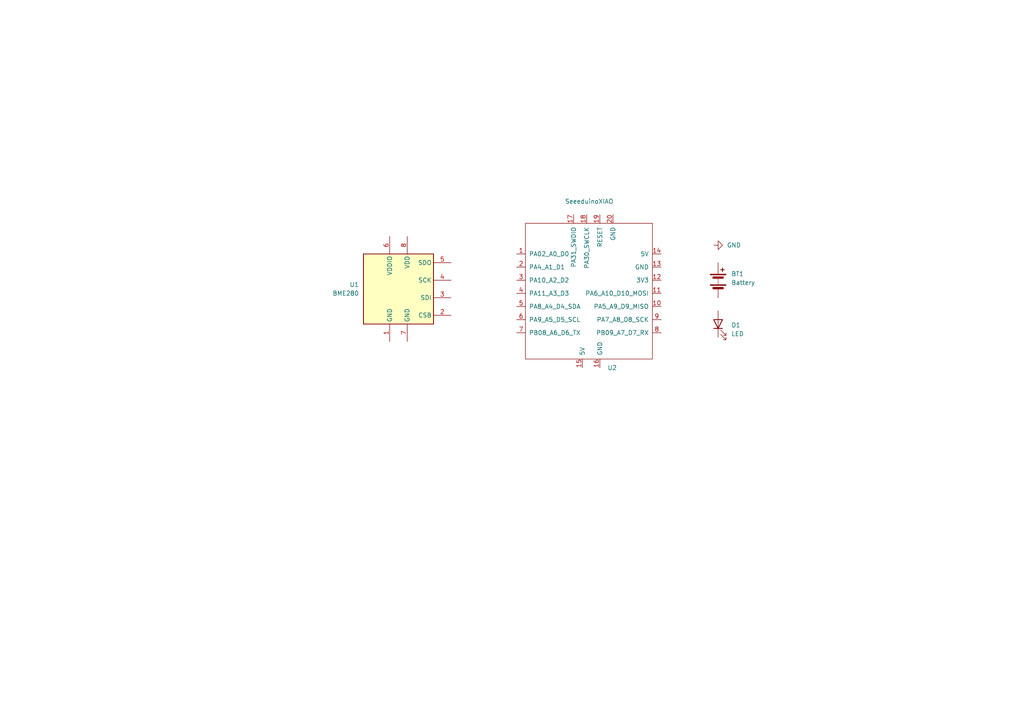
<source format=kicad_sch>
(kicad_sch (version 20230121) (generator eeschema)
  (paper "A4")
  (lib_symbols
    (symbol "Device:Battery" (pin_numbers hide) (pin_names (offset 0) hide)
      (property "Reference" "BT" (at 2.54 2.54 0))
      (property "Value" "Battery" (at 2.54 0 0))
      (symbol "Battery_0_1"
        (rectangle (start -2.286 -1.27) (end 2.286 -1.524) (fill (type outline)))
        (rectangle (start -2.286 1.778) (end 2.286 1.524) (fill (type outline)))
        (rectangle (start -1.524 -2.032) (end 1.524 -2.54) (fill (type outline)))
        (rectangle (start -1.524 1.016) (end 1.524 0.508) (fill (type outline)))
        (polyline (pts (xy 0 -1.016) (xy 0 -0.762)))
        (polyline (pts (xy 0 -0.508) (xy 0 -0.254)))
        (polyline (pts (xy 0 0) (xy 0 0.254)))
        (polyline (pts (xy 0 1.778) (xy 0 2.54)))
        (polyline (pts (xy 0.762 3.048) (xy 1.778 3.048)) (stroke (width 0.254)))
        (polyline (pts (xy 1.27 3.556) (xy 1.27 2.54)) (stroke (width 0.254)))
      )
      (symbol "Battery_1_1"
        (pin passive line (at 0 5.08 270) (length 2.54) (name "+") (number "1"))
        (pin passive line (at 0 -5.08 90) (length 2.54) (name "-") (number "2"))
      )
    )
    (symbol "Device:LED" (pin_numbers hide) (pin_names (offset 1.016) hide)
      (property "Reference" "D" (at 0 2.54 0))
      (property "Value" "LED" (at 0 -2.54 0))
      (symbol "LED_0_1"
        (polyline (pts (xy -1.27 -1.27) (xy -1.27 1.27)) (stroke (width 0.254)))
        (polyline (pts (xy -1.27 0) (xy 1.27 0)))
        (polyline (pts (xy 1.27 -1.27) (xy 1.27 1.27) (xy -1.27 0) (xy 1.27 -1.27)) (stroke (width 0.254)))
        (polyline (pts (xy -3.048 -0.762) (xy -4.572 -2.286) (xy -3.81 -2.286) (xy -4.572 -2.286) (xy -4.572 -1.524)))
        (polyline (pts (xy -1.778 -0.762) (xy -3.302 -2.286) (xy -2.54 -2.286) (xy -3.302 -2.286) (xy -3.302 -1.524)))
      )
      (symbol "LED_1_1"
        (pin passive line (at -3.81 0 0) (length 2.54) (name "K") (number "1"))
        (pin passive line (at 3.81 0 180) (length 2.54) (name "A") (number "2"))
      )
    )
    (symbol "Seeeduino-XIAO:SeeeduinoXIAO" (pin_names (offset 1.016))
      (property "Reference" "U" (at -19.05 22.86 0))
      (property "Value" "SeeeduinoXIAO" (at -12.7 21.59 0))
      (symbol "SeeeduinoXIAO_0_1"
        (rectangle (start -19.05 20.32) (end 17.78 -19.05))
      )
      (symbol "SeeeduinoXIAO_1_1"
        (pin unspecified line (at -21.59 11.43 0) (length 2.54) (name "PA02_A0_D0") (number "1"))
        (pin unspecified line (at 20.32 -3.81 180) (length 2.54) (name "PA5_A9_D9_MISO") (number "10"))
        (pin unspecified line (at 20.32 0 180) (length 2.54) (name "PA6_A10_D10_MOSI") (number "11"))
        (pin unspecified line (at 20.32 3.81 180) (length 2.54) (name "3V3") (number "12"))
        (pin unspecified line (at 20.32 7.62 180) (length 2.54) (name "GND") (number "13"))
        (pin unspecified line (at 20.32 11.43 180) (length 2.54) (name "5V") (number "14"))
        (pin input line (at -2.54 -21.59 90) (length 2.54) (name "5V") (number "15"))
        (pin input line (at 2.54 -21.59 90) (length 2.54) (name "GND") (number "16"))
        (pin input line (at -5.08 22.86 270) (length 2.54) (name "PA31_SWDIO") (number "17"))
        (pin input line (at -1.27 22.86 270) (length 2.54) (name "PA30_SWCLK") (number "18"))
        (pin input line (at 2.54 22.86 270) (length 2.54) (name "RESET") (number "19"))
        (pin unspecified line (at -21.59 7.62 0) (length 2.54) (name "PA4_A1_D1") (number "2"))
        (pin input line (at 6.35 22.86 270) (length 2.54) (name "GND") (number "20"))
        (pin unspecified line (at -21.59 3.81 0) (length 2.54) (name "PA10_A2_D2") (number "3"))
        (pin unspecified line (at -21.59 0 0) (length 2.54) (name "PA11_A3_D3") (number "4"))
        (pin unspecified line (at -21.59 -3.81 0) (length 2.54) (name "PA8_A4_D4_SDA") (number "5"))
        (pin unspecified line (at -21.59 -7.62 0) (length 2.54) (name "PA9_A5_D5_SCL") (number "6"))
        (pin unspecified line (at -21.59 -11.43 0) (length 2.54) (name "PB08_A6_D6_TX") (number "7"))
        (pin unspecified line (at 20.32 -11.43 180) (length 2.54) (name "PB09_A7_D7_RX") (number "8"))
        (pin unspecified line (at 20.32 -7.62 180) (length 2.54) (name "PA7_A8_D8_SCK") (number "9"))
      )
    )
    (symbol "Sensor:BME280"
      (property "Reference" "U" (at -8.89 11.43 0))
      (property "Value" "BME280" (at 7.62 11.43 0))
      (symbol "BME280_0_1"
        (rectangle (start -10.16 10.16) (end 10.16 -10.16) (stroke (width 0.254)) (fill (type background)))
      )
      (symbol "BME280_1_1"
        (pin power_in line (at -2.54 -15.24 90) (length 5.08) (name "GND") (number "1"))
        (pin input line (at 15.24 -7.62 180) (length 5.08) (name "CSB") (number "2"))
        (pin bidirectional line (at 15.24 -2.54 180) (length 5.08) (name "SDI") (number "3"))
        (pin input line (at 15.24 2.54 180) (length 5.08) (name "SCK") (number "4"))
        (pin bidirectional line (at 15.24 7.62 180) (length 5.08) (name "SDO") (number "5"))
        (pin power_in line (at -2.54 15.24 270) (length 5.08) (name "VDDIO") (number "6"))
        (pin power_in line (at 2.54 -15.24 90) (length 5.08) (name "GND") (number "7"))
        (pin power_in line (at 2.54 15.24 270) (length 5.08) (name "VDD") (number "8"))
      )
    )
    (symbol "power:GND" (power) (pin_names (offset 0))
      (property "Value" "GND" (at 0 -3.81 0))
      (symbol "GND_0_1"
        (polyline (pts (xy 0 0) (xy 0 -1.27) (xy 1.27 -1.27) (xy 0 -2.54) (xy -1.27 -1.27) (xy 0 -1.27)))
      )
      (symbol "GND_1_1"
        (pin power_in line (at 0 0 270) (length 0) hide (name "GND") (number "1"))
      )
    )
  )
  (symbol (lib_id "Device:LED") (at 208.28 93.98 90) (unit 1)
    (property "Reference" "D1" (at 212.09 94.2975 90) (effects (justify right)))
    (property "Value" "LED" (at 212.09 96.8375 90) (effects (justify right)))
  )
  (symbol (lib_id "Sensor:BME280") (at 115.57 83.82 0) (unit 1)
    (property "Reference" "U1" (at 104.14 82.55 0) (effects (justify right)))
    (property "Value" "BME280" (at 104.14 85.09 0) (effects (justify right)))
    (property "Footprint" "Package_LGA:Bosch_LGA-8_2.5x2.5mm_P0.65mm_ClockwisePinNumbering" (effects hide))
    (property "Datasheet" "https://www.bosch-sensortec.com/media/boschsensortec/downloads/datasheets/bst-bme280-ds002.pdf" (effects hide))
  )
  (symbol (lib_id "Device:Battery") (at 208.28 81.28 0) (unit 1)
    (property "Reference" "BT1" (at 212.09 79.4385 0) (effects (justify left)))
    (property "Value" "Battery" (at 212.09 81.9785 0) (effects (justify left)))
  )
  (symbol (lib_id "Seeeduino-XIAO:SeeeduinoXIAO") (at 171.45 85.09 0) (unit 1)
    (property "Reference" "U2" (at 176.1841 106.68 0) (effects (justify left)))
    (property "Value" "SeeeduinoXIAO" (at 163.83 58.42 0) (effects (justify left)))
    (property "Footprint" "Seeeduino-XIAO:Seeeduino XIAO-MOUDLE14P-2.54-21X17.8MM" (effects hide))
  )
  (symbol (lib_id "power:GND") (at 207.01 71.12 90) (unit 1)
    (property "Reference" "#PWR01" (effects hide))
    (property "Value" "GND" (at 210.82 71.12 90) (effects (justify right)))
  )
)
</source>
